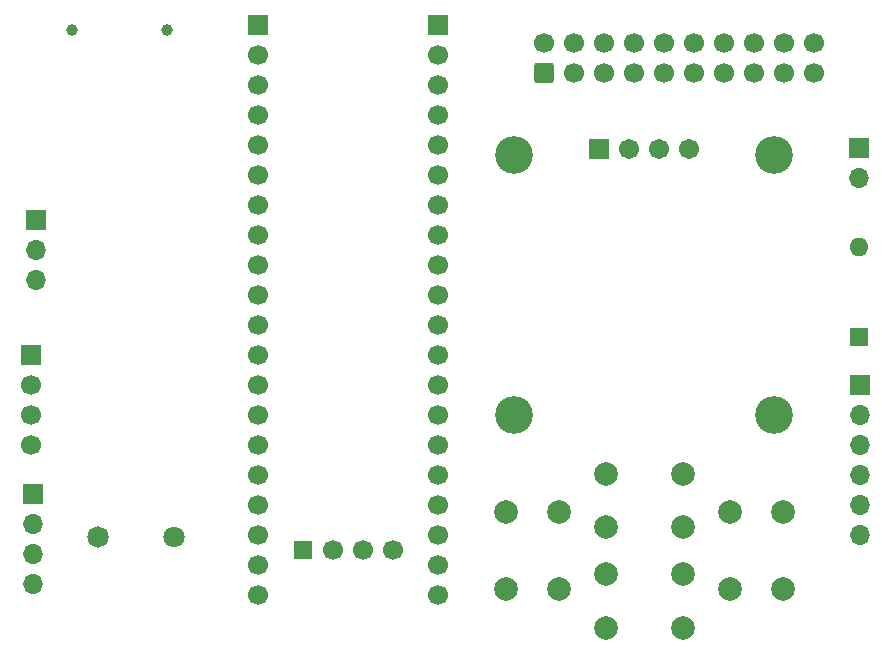
<source format=gbr>
%TF.GenerationSoftware,KiCad,Pcbnew,9.0.1*%
%TF.CreationDate,2025-05-04T19:13:47+02:00*%
%TF.ProjectId,sdiskII_stm32,73646973-6b49-4495-9f73-746d33322e6b,3*%
%TF.SameCoordinates,Original*%
%TF.FileFunction,Soldermask,Bot*%
%TF.FilePolarity,Negative*%
%FSLAX46Y46*%
G04 Gerber Fmt 4.6, Leading zero omitted, Abs format (unit mm)*
G04 Created by KiCad (PCBNEW 9.0.1) date 2025-05-04 19:13:47*
%MOMM*%
%LPD*%
G01*
G04 APERTURE LIST*
G04 Aperture macros list*
%AMRoundRect*
0 Rectangle with rounded corners*
0 $1 Rounding radius*
0 $2 $3 $4 $5 $6 $7 $8 $9 X,Y pos of 4 corners*
0 Add a 4 corners polygon primitive as box body*
4,1,4,$2,$3,$4,$5,$6,$7,$8,$9,$2,$3,0*
0 Add four circle primitives for the rounded corners*
1,1,$1+$1,$2,$3*
1,1,$1+$1,$4,$5*
1,1,$1+$1,$6,$7*
1,1,$1+$1,$8,$9*
0 Add four rect primitives between the rounded corners*
20,1,$1+$1,$2,$3,$4,$5,0*
20,1,$1+$1,$4,$5,$6,$7,0*
20,1,$1+$1,$6,$7,$8,$9,0*
20,1,$1+$1,$8,$9,$2,$3,0*%
G04 Aperture macros list end*
%ADD10RoundRect,0.250000X0.600000X-0.600000X0.600000X0.600000X-0.600000X0.600000X-0.600000X-0.600000X0*%
%ADD11C,1.700000*%
%ADD12R,1.600000X1.600000*%
%ADD13O,1.600000X1.600000*%
%ADD14R,1.700000X1.700000*%
%ADD15O,1.700000X1.700000*%
%ADD16C,2.000000*%
%ADD17C,1.824000*%
%ADD18C,1.800000*%
%ADD19R,1.524000X1.524000*%
%ADD20RoundRect,0.102000X-0.754000X-0.754000X0.754000X-0.754000X0.754000X0.754000X-0.754000X0.754000X0*%
%ADD21C,1.712000*%
%ADD22C,3.204000*%
%ADD23C,1.000000*%
G04 APERTURE END LIST*
D10*
%TO.C,J2*%
X178290000Y-92490000D03*
D11*
X178290000Y-89950000D03*
X180830000Y-92490000D03*
X180830000Y-89950000D03*
X183370000Y-92490000D03*
X183370000Y-89950000D03*
X185910000Y-92490000D03*
X185910000Y-89950000D03*
X188450000Y-92490000D03*
X188450000Y-89950000D03*
X190990000Y-92490000D03*
X190990000Y-89950000D03*
X193530000Y-92490000D03*
X193530000Y-89950000D03*
X196070000Y-92490000D03*
X196070000Y-89950000D03*
X198610000Y-92490000D03*
X198610000Y-89950000D03*
X201150000Y-92490000D03*
X201150000Y-89950000D03*
%TD*%
D12*
%TO.C,D1*%
X205000000Y-114840000D03*
D13*
X205000000Y-107220000D03*
%TD*%
D14*
%TO.C,J5*%
X134880000Y-116370000D03*
D11*
X134880000Y-118910000D03*
X134880000Y-121450000D03*
X134880000Y-123990000D03*
%TD*%
D14*
%TO.C,J3*%
X205030000Y-118910000D03*
D15*
X205030000Y-121450000D03*
X205030000Y-123990000D03*
X205030000Y-126530000D03*
X205030000Y-129070000D03*
X205030000Y-131610000D03*
%TD*%
D16*
%TO.C,UP1*%
X190040000Y-130950000D03*
X183540000Y-130950000D03*
X190040000Y-126450000D03*
X183540000Y-126450000D03*
%TD*%
D17*
%TO.C,BZ1*%
X140500000Y-131750000D03*
D18*
X147000000Y-131750000D03*
%TD*%
D14*
%TO.C,J4*%
X135240000Y-104975000D03*
D15*
X135240000Y-107515000D03*
X135240000Y-110055000D03*
%TD*%
D14*
%TO.C,\u03BCC1*%
X154050000Y-88440000D03*
D11*
X154050000Y-90980000D03*
X154050000Y-93520000D03*
X154050000Y-96060000D03*
X154050000Y-98600000D03*
X154050000Y-101140000D03*
X154050000Y-103680000D03*
X154050000Y-106220000D03*
X154050000Y-108760000D03*
X154050000Y-111300000D03*
X154050000Y-113840000D03*
X154050000Y-116380000D03*
X154050000Y-118920000D03*
X154050000Y-121460000D03*
X154050000Y-124000000D03*
X154050000Y-126540000D03*
X154050000Y-129080000D03*
X154050000Y-131620000D03*
X154050000Y-134160000D03*
X154050000Y-136700000D03*
X169290000Y-136700000D03*
X169290000Y-134160000D03*
X169290000Y-131620000D03*
X169290000Y-129080000D03*
X169290000Y-126540000D03*
X169290000Y-124000000D03*
X169290000Y-121460000D03*
X169290000Y-118920000D03*
X169290000Y-116380000D03*
X169290000Y-113840000D03*
X169290000Y-111300000D03*
X169290000Y-108760000D03*
X169290000Y-106220000D03*
X169290000Y-103680000D03*
X169290000Y-101140000D03*
X169290000Y-98600000D03*
X169290000Y-96060000D03*
X169290000Y-93520000D03*
X169290000Y-90980000D03*
D14*
X169290000Y-88440000D03*
D19*
X157860000Y-132890000D03*
D11*
X160400000Y-132890000D03*
X162940000Y-132890000D03*
X165480000Y-132890000D03*
%TD*%
D14*
%TO.C,J1*%
X205000000Y-98810000D03*
D15*
X205000000Y-101350000D03*
%TD*%
D16*
%TO.C,ENTR1*%
X198540000Y-129700000D03*
X198540000Y-136200000D03*
X194040000Y-129700000D03*
X194040000Y-136200000D03*
%TD*%
D14*
%TO.C,J6*%
X135000000Y-128180000D03*
D15*
X135000000Y-130720000D03*
X135000000Y-133260000D03*
X135000000Y-135800000D03*
%TD*%
D20*
%TO.C,U8*%
X182980000Y-98950000D03*
D21*
X185520000Y-98950000D03*
X188060000Y-98950000D03*
X190600000Y-98950000D03*
D22*
X175790000Y-99450000D03*
X197790000Y-99450000D03*
X197790000Y-121450000D03*
X175790000Y-121450000D03*
%TD*%
D23*
%TO.C,U2*%
X138340000Y-88850000D03*
X146340000Y-88850000D03*
%TD*%
D16*
%TO.C,RET1*%
X179540000Y-129700000D03*
X179540000Y-136200000D03*
X175040000Y-129700000D03*
X175040000Y-136200000D03*
%TD*%
%TO.C,DOWN1*%
X183540000Y-134950000D03*
X190040000Y-134950000D03*
X183540000Y-139450000D03*
X190040000Y-139450000D03*
%TD*%
M02*

</source>
